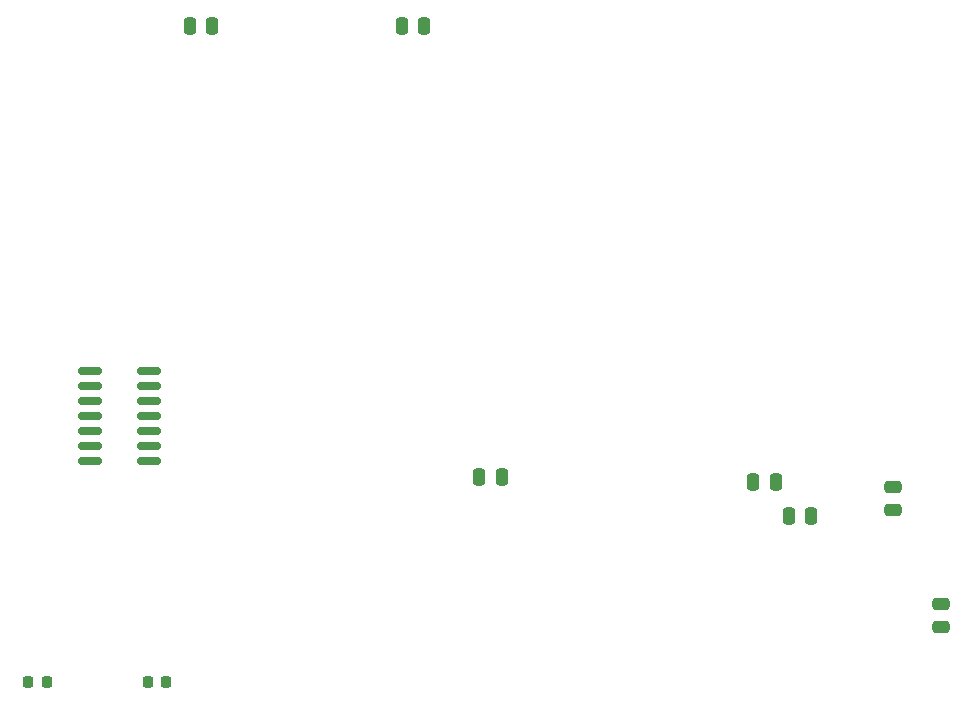
<source format=gbr>
%TF.GenerationSoftware,KiCad,Pcbnew,7.0.7*%
%TF.CreationDate,2023-10-02T10:19:24+01:00*%
%TF.ProjectId,8052-MCU,38303532-2d4d-4435-952e-6b696361645f,0.1*%
%TF.SameCoordinates,Original*%
%TF.FileFunction,Paste,Bot*%
%TF.FilePolarity,Positive*%
%FSLAX46Y46*%
G04 Gerber Fmt 4.6, Leading zero omitted, Abs format (unit mm)*
G04 Created by KiCad (PCBNEW 7.0.7) date 2023-10-02 10:19:24*
%MOMM*%
%LPD*%
G01*
G04 APERTURE LIST*
G04 Aperture macros list*
%AMRoundRect*
0 Rectangle with rounded corners*
0 $1 Rounding radius*
0 $2 $3 $4 $5 $6 $7 $8 $9 X,Y pos of 4 corners*
0 Add a 4 corners polygon primitive as box body*
4,1,4,$2,$3,$4,$5,$6,$7,$8,$9,$2,$3,0*
0 Add four circle primitives for the rounded corners*
1,1,$1+$1,$2,$3*
1,1,$1+$1,$4,$5*
1,1,$1+$1,$6,$7*
1,1,$1+$1,$8,$9*
0 Add four rect primitives between the rounded corners*
20,1,$1+$1,$2,$3,$4,$5,0*
20,1,$1+$1,$4,$5,$6,$7,0*
20,1,$1+$1,$6,$7,$8,$9,0*
20,1,$1+$1,$8,$9,$2,$3,0*%
G04 Aperture macros list end*
%ADD10RoundRect,0.250000X-0.475000X0.250000X-0.475000X-0.250000X0.475000X-0.250000X0.475000X0.250000X0*%
%ADD11RoundRect,0.150000X0.825000X0.150000X-0.825000X0.150000X-0.825000X-0.150000X0.825000X-0.150000X0*%
%ADD12RoundRect,0.250000X0.475000X-0.250000X0.475000X0.250000X-0.475000X0.250000X-0.475000X-0.250000X0*%
%ADD13RoundRect,0.225000X-0.225000X-0.250000X0.225000X-0.250000X0.225000X0.250000X-0.225000X0.250000X0*%
%ADD14RoundRect,0.250000X0.250000X0.475000X-0.250000X0.475000X-0.250000X-0.475000X0.250000X-0.475000X0*%
%ADD15RoundRect,0.225000X0.225000X0.250000X-0.225000X0.250000X-0.225000X-0.250000X0.225000X-0.250000X0*%
%ADD16RoundRect,0.250000X-0.250000X-0.475000X0.250000X-0.475000X0.250000X0.475000X-0.250000X0.475000X0*%
G04 APERTURE END LIST*
D10*
%TO.C,C10*%
X134000000Y-91350000D03*
X134000000Y-93250000D03*
%TD*%
D11*
%TO.C,U11*%
X70975000Y-81490000D03*
X70975000Y-82760000D03*
X70975000Y-84030000D03*
X70975000Y-85300000D03*
X70975000Y-86570000D03*
X70975000Y-87840000D03*
X70975000Y-89110000D03*
X66025000Y-89110000D03*
X66025000Y-87840000D03*
X66025000Y-86570000D03*
X66025000Y-85300000D03*
X66025000Y-84030000D03*
X66025000Y-82760000D03*
X66025000Y-81490000D03*
%TD*%
D12*
%TO.C,C11*%
X138100000Y-103150000D03*
X138100000Y-101250000D03*
%TD*%
D13*
%TO.C,C3*%
X60800000Y-107800000D03*
X62350000Y-107800000D03*
%TD*%
D14*
%TO.C,C6*%
X124050000Y-90900000D03*
X122150000Y-90900000D03*
%TD*%
D15*
%TO.C,C4*%
X72450000Y-107800000D03*
X70900000Y-107800000D03*
%TD*%
D16*
%TO.C,C2*%
X92400000Y-52250000D03*
X94300000Y-52250000D03*
%TD*%
%TO.C,C12*%
X125150000Y-93800000D03*
X127050000Y-93800000D03*
%TD*%
%TO.C,C1*%
X74450000Y-52250000D03*
X76350000Y-52250000D03*
%TD*%
%TO.C,C5*%
X98950000Y-90500000D03*
X100850000Y-90500000D03*
%TD*%
M02*

</source>
